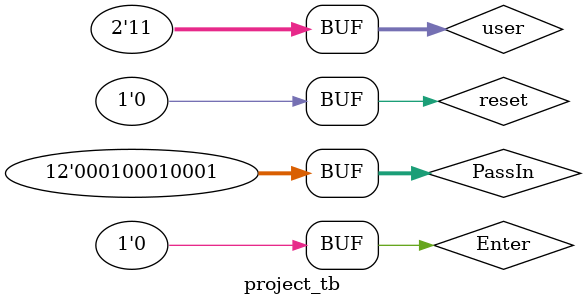
<source format=v>
module project_tb();
    reg [11:0] PassIn;
    reg reset,Enter;
    reg [1:0]user;
    wire [11:0] Setpass;
    wire Access,Alarm;
    wire [1:0] Count;
    Lock p1(reset,Enter,PassIn,user,Access,Setpass,Count,Alarm);
    initial
    begin
        user=2'b11;
        PassIn=12'h111;
        Enter=1;
        reset=0;
        #1;
        Enter=0;
        #99;
        PassIn=12'h0AA;
        Enter=1;
        #1;
        Enter=0;
        #99;
        PassIn=12'hF1A;
        Enter=1;
        #1;
        Enter=0;
        #99;
        PassIn=12'h999;
        Enter=1;
        #1;
        Enter=0;
        #99;
        PassIn=12'h001;
        Enter=1;
        #1;
        Enter=0;
        #99;
        PassIn=12'h188;
        reset=1;
        Enter=1;
        #10;
        reset=0;
        #1;
        Enter=0;
        #99;
        PassIn=12'h111;
        Enter=1;
        #1;
        Enter=0;
        #99;
       
    end
endmodule

</source>
